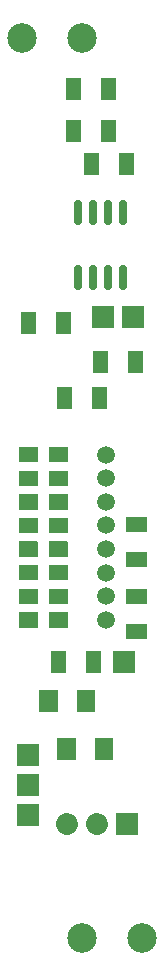
<source format=gbs>
G04 Layer: BottomSolderMaskLayer*
G04 EasyEDA v6.5.5, 2022-05-12 14:51:26*
G04 adf74ae4be104b6fa4aa75e98640d5de,defc1f93b7bc4f92b0c06f3051cee8fa,10*
G04 Gerber Generator version 0.2*
G04 Scale: 100 percent, Rotated: No, Reflected: No *
G04 Dimensions in millimeters *
G04 leading zeros omitted , absolute positions ,4 integer and 5 decimal *
%FSLAX45Y45*%
%MOMM*%

%ADD27C,1.9016*%
%ADD29C,2.5016*%
%ADD30C,1.5016*%
%ADD31C,0.6756*%

%LPD*%
D31*
X342900Y1853692D02*
G01*
X342900Y1707540D01*
X215900Y1853692D02*
G01*
X215900Y1707540D01*
X88900Y1853692D02*
G01*
X88900Y1707540D01*
X-38100Y1853692D02*
G01*
X-38100Y1707540D01*
X342900Y2407259D02*
G01*
X342900Y2261107D01*
X215900Y2407259D02*
G01*
X215900Y2261107D01*
X88900Y2407259D02*
G01*
X88900Y2261107D01*
X-38100Y2407259D02*
G01*
X-38100Y2261107D01*
D27*
X-127000Y-2844800D02*
G01*
X-127000Y-2844800D01*
X127000Y-2844800D02*
G01*
X127000Y-2844800D01*
G36*
X-208099Y-2301278D02*
G01*
X-209623Y-2301024D01*
X-211147Y-2300262D01*
X-212163Y-2299246D01*
X-212925Y-2297722D01*
X-213179Y-2296198D01*
X-213105Y-2296160D01*
X-213105Y-2123439D01*
X-213179Y-2123396D01*
X-212925Y-2121872D01*
X-212163Y-2120348D01*
X-211147Y-2119332D01*
X-209623Y-2118570D01*
X-208099Y-2118316D01*
X-208026Y-2118360D01*
X-59689Y-2118360D01*
X-59601Y-2118316D01*
X-58077Y-2118570D01*
X-56553Y-2119332D01*
X-55537Y-2120348D01*
X-54775Y-2121872D01*
X-54521Y-2123396D01*
X-54610Y-2123439D01*
X-54610Y-2296160D01*
X-54521Y-2296198D01*
X-54775Y-2297722D01*
X-55537Y-2299246D01*
X-56553Y-2300262D01*
X-58077Y-2301024D01*
X-59601Y-2301278D01*
X-59689Y-2301239D01*
X-208026Y-2301239D01*
G37*
G36*
X110401Y-2301278D02*
G01*
X108877Y-2301024D01*
X107353Y-2300262D01*
X106337Y-2299246D01*
X105575Y-2297722D01*
X105321Y-2296198D01*
X105410Y-2296160D01*
X105410Y-2123439D01*
X105321Y-2123396D01*
X105575Y-2121872D01*
X106337Y-2120348D01*
X107353Y-2119332D01*
X108877Y-2118570D01*
X110401Y-2118316D01*
X110489Y-2118360D01*
X258826Y-2118360D01*
X258899Y-2118316D01*
X260423Y-2118570D01*
X261947Y-2119332D01*
X262963Y-2120348D01*
X263725Y-2121872D01*
X263979Y-2123396D01*
X263905Y-2123439D01*
X263905Y-2296160D01*
X263979Y-2296198D01*
X263725Y-2297722D01*
X262963Y-2299246D01*
X261947Y-2300262D01*
X260423Y-2301024D01*
X258899Y-2301278D01*
X258826Y-2301239D01*
X110489Y-2301239D01*
G37*
G36*
X-360499Y-1894878D02*
G01*
X-362023Y-1894624D01*
X-363547Y-1893862D01*
X-364563Y-1892846D01*
X-365325Y-1891322D01*
X-365579Y-1889798D01*
X-365505Y-1889760D01*
X-365505Y-1717039D01*
X-365579Y-1716996D01*
X-365325Y-1715472D01*
X-364563Y-1713948D01*
X-363547Y-1712932D01*
X-362023Y-1712170D01*
X-360499Y-1711916D01*
X-360426Y-1711960D01*
X-212089Y-1711960D01*
X-212001Y-1711916D01*
X-210477Y-1712170D01*
X-208953Y-1712932D01*
X-207937Y-1713948D01*
X-207175Y-1715472D01*
X-206921Y-1716996D01*
X-207010Y-1717039D01*
X-207010Y-1889760D01*
X-206921Y-1889798D01*
X-207175Y-1891322D01*
X-207937Y-1892846D01*
X-208953Y-1893862D01*
X-210477Y-1894624D01*
X-212001Y-1894878D01*
X-212089Y-1894839D01*
X-360426Y-1894839D01*
G37*
G36*
X-41998Y-1894878D02*
G01*
X-43522Y-1894624D01*
X-45046Y-1893862D01*
X-46062Y-1892846D01*
X-46824Y-1891322D01*
X-47078Y-1889798D01*
X-46989Y-1889760D01*
X-46989Y-1717039D01*
X-47078Y-1716996D01*
X-46824Y-1715472D01*
X-46062Y-1713948D01*
X-45046Y-1712932D01*
X-43522Y-1712170D01*
X-41998Y-1711916D01*
X-41910Y-1711960D01*
X106426Y-1711960D01*
X106499Y-1711916D01*
X108023Y-1712170D01*
X109547Y-1712932D01*
X110563Y-1713948D01*
X111325Y-1715472D01*
X111579Y-1716996D01*
X111505Y-1717039D01*
X111505Y-1889760D01*
X111579Y-1889798D01*
X111325Y-1891322D01*
X110563Y-1892846D01*
X109547Y-1893862D01*
X108023Y-1894624D01*
X106499Y-1894878D01*
X106426Y-1894839D01*
X-41910Y-1894839D01*
G37*
G36*
X163576Y3288029D02*
G01*
X163700Y3288063D01*
X162176Y3288317D01*
X160652Y3289079D01*
X159636Y3290095D01*
X158874Y3291619D01*
X158620Y3293143D01*
X158495Y3293110D01*
X158495Y3463289D01*
X158620Y3463241D01*
X158874Y3464765D01*
X159636Y3466289D01*
X160652Y3467305D01*
X162176Y3468067D01*
X163700Y3468321D01*
X163576Y3468370D01*
X284479Y3468370D01*
X284452Y3468321D01*
X285976Y3468067D01*
X287500Y3467305D01*
X288516Y3466289D01*
X289278Y3464765D01*
X289532Y3463241D01*
X289560Y3463289D01*
X289560Y3293110D01*
X289532Y3293143D01*
X289278Y3291619D01*
X288516Y3290095D01*
X287500Y3289079D01*
X285976Y3288317D01*
X284452Y3288063D01*
X284479Y3288029D01*
G37*
G36*
X-132079Y3288029D02*
G01*
X-132052Y3288063D01*
X-133576Y3288317D01*
X-135100Y3289079D01*
X-136116Y3290095D01*
X-136878Y3291619D01*
X-137132Y3293143D01*
X-137160Y3293110D01*
X-137160Y3463289D01*
X-137132Y3463241D01*
X-136878Y3464765D01*
X-136116Y3466289D01*
X-135100Y3467305D01*
X-133576Y3468067D01*
X-132052Y3468321D01*
X-132079Y3468370D01*
X-11176Y3468370D01*
X-11300Y3468321D01*
X-9776Y3468067D01*
X-8252Y3467305D01*
X-7236Y3466289D01*
X-6474Y3464765D01*
X-6220Y3463241D01*
X-6095Y3463289D01*
X-6095Y3293110D01*
X-6220Y3293143D01*
X-6474Y3291619D01*
X-7236Y3290095D01*
X-8252Y3289079D01*
X-9776Y3288317D01*
X-11300Y3288063D01*
X-11176Y3288029D01*
G37*
G36*
X20320Y2653029D02*
G01*
X20347Y2653065D01*
X18823Y2653319D01*
X17299Y2654081D01*
X16283Y2655097D01*
X15521Y2656621D01*
X15267Y2658145D01*
X15239Y2658110D01*
X15239Y2828289D01*
X15267Y2828244D01*
X15521Y2829768D01*
X16283Y2831292D01*
X17299Y2832308D01*
X18823Y2833070D01*
X20347Y2833324D01*
X20320Y2833370D01*
X141223Y2833370D01*
X141099Y2833324D01*
X142623Y2833070D01*
X144147Y2832308D01*
X145163Y2831292D01*
X145925Y2829768D01*
X146179Y2828244D01*
X146304Y2828289D01*
X146304Y2658110D01*
X146179Y2658145D01*
X145925Y2656621D01*
X145163Y2655097D01*
X144147Y2654081D01*
X142623Y2653319D01*
X141099Y2653065D01*
X141223Y2653029D01*
G37*
G36*
X315976Y2653029D02*
G01*
X316100Y2653065D01*
X314576Y2653319D01*
X313052Y2654081D01*
X312036Y2655097D01*
X311274Y2656621D01*
X311020Y2658145D01*
X310895Y2658110D01*
X310895Y2828289D01*
X311020Y2828244D01*
X311274Y2829768D01*
X312036Y2831292D01*
X313052Y2832308D01*
X314576Y2833070D01*
X316100Y2833324D01*
X315976Y2833370D01*
X436879Y2833370D01*
X436852Y2833324D01*
X438376Y2833070D01*
X439900Y2832308D01*
X440916Y2831292D01*
X441678Y2829768D01*
X441932Y2828244D01*
X441960Y2828289D01*
X441960Y2658110D01*
X441932Y2658145D01*
X441678Y2656621D01*
X440916Y2655097D01*
X439900Y2654081D01*
X438376Y2653319D01*
X436852Y2653065D01*
X436879Y2653029D01*
G37*
G36*
X-132079Y2932429D02*
G01*
X-132052Y2932465D01*
X-133576Y2932719D01*
X-135100Y2933481D01*
X-136116Y2934497D01*
X-136878Y2936021D01*
X-137132Y2937545D01*
X-137160Y2937510D01*
X-137160Y3107689D01*
X-137132Y3107644D01*
X-136878Y3109168D01*
X-136116Y3110692D01*
X-135100Y3111708D01*
X-133576Y3112470D01*
X-132052Y3112724D01*
X-132079Y3112770D01*
X-11176Y3112770D01*
X-11300Y3112724D01*
X-9776Y3112470D01*
X-8252Y3111708D01*
X-7236Y3110692D01*
X-6474Y3109168D01*
X-6220Y3107644D01*
X-6095Y3107689D01*
X-6095Y2937510D01*
X-6220Y2937545D01*
X-6474Y2936021D01*
X-7236Y2934497D01*
X-8252Y2933481D01*
X-9776Y2932719D01*
X-11300Y2932465D01*
X-11176Y2932429D01*
G37*
G36*
X163576Y2932429D02*
G01*
X163700Y2932465D01*
X162176Y2932719D01*
X160652Y2933481D01*
X159636Y2934497D01*
X158874Y2936021D01*
X158620Y2937545D01*
X158495Y2937510D01*
X158495Y3107689D01*
X158620Y3107644D01*
X158874Y3109168D01*
X159636Y3110692D01*
X160652Y3111708D01*
X162176Y3112470D01*
X163700Y3112724D01*
X163576Y3112770D01*
X284479Y3112770D01*
X284452Y3112724D01*
X285976Y3112470D01*
X287500Y3111708D01*
X288516Y3110692D01*
X289278Y3109168D01*
X289532Y3107644D01*
X289560Y3107689D01*
X289560Y2937510D01*
X289532Y2937545D01*
X289278Y2936021D01*
X288516Y2934497D01*
X287500Y2933481D01*
X285976Y2932719D01*
X284452Y2932465D01*
X284479Y2932429D01*
G37*
G36*
X372110Y-374904D02*
G01*
X372150Y-374779D01*
X370626Y-374525D01*
X369102Y-373763D01*
X368086Y-372747D01*
X367324Y-371223D01*
X367070Y-369699D01*
X367029Y-369823D01*
X367029Y-248920D01*
X367070Y-248947D01*
X367324Y-247423D01*
X368086Y-245899D01*
X369102Y-244883D01*
X370626Y-244121D01*
X372150Y-243867D01*
X372110Y-243839D01*
X542289Y-243839D01*
X542249Y-243867D01*
X543773Y-244121D01*
X545297Y-244883D01*
X546313Y-245899D01*
X547075Y-247423D01*
X547329Y-248947D01*
X547370Y-248920D01*
X547370Y-369823D01*
X547329Y-369699D01*
X547075Y-371223D01*
X546313Y-372747D01*
X545297Y-373763D01*
X543773Y-374525D01*
X542249Y-374779D01*
X542289Y-374904D01*
G37*
G36*
X372110Y-670560D02*
G01*
X372150Y-670532D01*
X370626Y-670278D01*
X369102Y-669516D01*
X368086Y-668500D01*
X367324Y-666976D01*
X367070Y-665452D01*
X367029Y-665479D01*
X367029Y-544576D01*
X367070Y-544700D01*
X367324Y-543176D01*
X368086Y-541652D01*
X369102Y-540636D01*
X370626Y-539874D01*
X372150Y-539620D01*
X372110Y-539495D01*
X542289Y-539495D01*
X542249Y-539620D01*
X543773Y-539874D01*
X545297Y-540636D01*
X546313Y-541652D01*
X547075Y-543176D01*
X547329Y-544700D01*
X547370Y-544576D01*
X547370Y-665479D01*
X547329Y-665452D01*
X547075Y-666976D01*
X546313Y-668500D01*
X545297Y-669516D01*
X543773Y-670278D01*
X542249Y-670532D01*
X542289Y-670560D01*
G37*
G36*
X96520Y976629D02*
G01*
X96547Y976668D01*
X95023Y976922D01*
X93499Y977684D01*
X92483Y978700D01*
X91721Y980224D01*
X91467Y981748D01*
X91439Y981710D01*
X91439Y1151889D01*
X91467Y1151846D01*
X91721Y1153370D01*
X92483Y1154894D01*
X93499Y1155910D01*
X95023Y1156672D01*
X96547Y1156926D01*
X96520Y1156970D01*
X217423Y1156970D01*
X217299Y1156926D01*
X218823Y1156672D01*
X220347Y1155910D01*
X221363Y1154894D01*
X222125Y1153370D01*
X222379Y1151846D01*
X222504Y1151889D01*
X222504Y981710D01*
X222379Y981748D01*
X222125Y980224D01*
X221363Y978700D01*
X220347Y977684D01*
X218823Y976922D01*
X217299Y976668D01*
X217423Y976629D01*
G37*
G36*
X392176Y976629D02*
G01*
X392300Y976668D01*
X390776Y976922D01*
X389252Y977684D01*
X388236Y978700D01*
X387474Y980224D01*
X387220Y981748D01*
X387095Y981710D01*
X387095Y1151889D01*
X387220Y1151846D01*
X387474Y1153370D01*
X388236Y1154894D01*
X389252Y1155910D01*
X390776Y1156672D01*
X392300Y1156926D01*
X392176Y1156970D01*
X513079Y1156970D01*
X513052Y1156926D01*
X514576Y1156672D01*
X516100Y1155910D01*
X517116Y1154894D01*
X517878Y1153370D01*
X518132Y1151846D01*
X518160Y1151889D01*
X518160Y981710D01*
X518132Y981748D01*
X517878Y980224D01*
X517116Y978700D01*
X516100Y977684D01*
X514576Y976922D01*
X513052Y976668D01*
X513079Y976629D01*
G37*
G36*
X-217423Y1306829D02*
G01*
X-217299Y1306868D01*
X-218823Y1307122D01*
X-220347Y1307884D01*
X-221363Y1308900D01*
X-222125Y1310424D01*
X-222379Y1311948D01*
X-222504Y1311910D01*
X-222504Y1482089D01*
X-222379Y1482046D01*
X-222125Y1483570D01*
X-221363Y1485094D01*
X-220347Y1486110D01*
X-218823Y1486872D01*
X-217299Y1487126D01*
X-217423Y1487170D01*
X-96520Y1487170D01*
X-96547Y1487126D01*
X-95023Y1486872D01*
X-93499Y1486110D01*
X-92483Y1485094D01*
X-91721Y1483570D01*
X-91467Y1482046D01*
X-91439Y1482089D01*
X-91439Y1311910D01*
X-91467Y1311948D01*
X-91721Y1310424D01*
X-92483Y1308900D01*
X-93499Y1307884D01*
X-95023Y1307122D01*
X-96547Y1306868D01*
X-96520Y1306829D01*
G37*
G36*
X-513079Y1306829D02*
G01*
X-513052Y1306868D01*
X-514576Y1307122D01*
X-516100Y1307884D01*
X-517116Y1308900D01*
X-517878Y1310424D01*
X-518132Y1311948D01*
X-518160Y1311910D01*
X-518160Y1482089D01*
X-518132Y1482046D01*
X-517878Y1483570D01*
X-517116Y1485094D01*
X-516100Y1486110D01*
X-514576Y1486872D01*
X-513052Y1487126D01*
X-513079Y1487170D01*
X-392176Y1487170D01*
X-392300Y1487126D01*
X-390776Y1486872D01*
X-389252Y1486110D01*
X-388236Y1485094D01*
X-387474Y1483570D01*
X-387220Y1482046D01*
X-387095Y1482089D01*
X-387095Y1311910D01*
X-387220Y1311948D01*
X-387474Y1310424D01*
X-388236Y1308900D01*
X-389252Y1307884D01*
X-390776Y1307122D01*
X-392300Y1306868D01*
X-392176Y1306829D01*
G37*
G36*
X87376Y671829D02*
G01*
X87500Y671868D01*
X85976Y672122D01*
X84452Y672884D01*
X83436Y673900D01*
X82674Y675424D01*
X82420Y676948D01*
X82295Y676910D01*
X82295Y847089D01*
X82420Y847046D01*
X82674Y848570D01*
X83436Y850094D01*
X84452Y851110D01*
X85976Y851872D01*
X87500Y852126D01*
X87376Y852170D01*
X208279Y852170D01*
X208252Y852126D01*
X209776Y851872D01*
X211300Y851110D01*
X212316Y850094D01*
X213078Y848570D01*
X213332Y847046D01*
X213360Y847089D01*
X213360Y676910D01*
X213332Y676948D01*
X213078Y675424D01*
X212316Y673900D01*
X211300Y672884D01*
X209776Y672122D01*
X208252Y671868D01*
X208279Y671829D01*
G37*
G36*
X-208279Y671829D02*
G01*
X-208252Y671868D01*
X-209776Y672122D01*
X-211300Y672884D01*
X-212316Y673900D01*
X-213078Y675424D01*
X-213332Y676948D01*
X-213360Y676910D01*
X-213360Y847089D01*
X-213332Y847046D01*
X-213078Y848570D01*
X-212316Y850094D01*
X-211300Y851110D01*
X-209776Y851872D01*
X-208252Y852126D01*
X-208279Y852170D01*
X-87376Y852170D01*
X-87500Y852126D01*
X-85976Y851872D01*
X-84452Y851110D01*
X-83436Y850094D01*
X-82674Y848570D01*
X-82420Y847046D01*
X-82295Y847089D01*
X-82295Y676910D01*
X-82420Y676948D01*
X-82674Y675424D01*
X-83436Y673900D01*
X-84452Y672884D01*
X-85976Y672122D01*
X-87500Y671868D01*
X-87376Y671829D01*
G37*
G36*
X372110Y-984504D02*
G01*
X372150Y-984377D01*
X370626Y-984122D01*
X369102Y-983361D01*
X368086Y-982345D01*
X367324Y-980820D01*
X367070Y-979296D01*
X367029Y-979423D01*
X367029Y-858520D01*
X367070Y-858545D01*
X367324Y-857021D01*
X368086Y-855497D01*
X369102Y-854481D01*
X370626Y-853719D01*
X372150Y-853465D01*
X372110Y-853439D01*
X542289Y-853439D01*
X542249Y-853465D01*
X543773Y-853719D01*
X545297Y-854481D01*
X546313Y-855497D01*
X547075Y-857021D01*
X547329Y-858545D01*
X547370Y-858520D01*
X547370Y-979423D01*
X547329Y-979296D01*
X547075Y-980820D01*
X546313Y-982345D01*
X545297Y-983361D01*
X543773Y-984122D01*
X542249Y-984377D01*
X542289Y-984504D01*
G37*
G36*
X372110Y-1280160D02*
G01*
X372150Y-1280129D01*
X370626Y-1279875D01*
X369102Y-1279113D01*
X368086Y-1278097D01*
X367324Y-1276573D01*
X367070Y-1275049D01*
X367029Y-1275079D01*
X367029Y-1154176D01*
X367070Y-1154297D01*
X367324Y-1152773D01*
X368086Y-1151249D01*
X369102Y-1150233D01*
X370626Y-1149471D01*
X372150Y-1149217D01*
X372110Y-1149095D01*
X542289Y-1149095D01*
X542249Y-1149217D01*
X543773Y-1149471D01*
X545297Y-1150233D01*
X546313Y-1151249D01*
X547075Y-1152773D01*
X547329Y-1154297D01*
X547370Y-1154176D01*
X547370Y-1275079D01*
X547329Y-1275049D01*
X547075Y-1276573D01*
X546313Y-1278097D01*
X545297Y-1279113D01*
X543773Y-1279875D01*
X542249Y-1280129D01*
X542289Y-1280160D01*
G37*
G36*
X-259079Y-1563370D02*
G01*
X-259052Y-1563326D01*
X-260576Y-1563072D01*
X-262100Y-1562310D01*
X-263116Y-1561294D01*
X-263878Y-1559770D01*
X-264132Y-1558246D01*
X-264160Y-1558289D01*
X-264160Y-1388110D01*
X-264132Y-1388148D01*
X-263878Y-1386624D01*
X-263116Y-1385100D01*
X-262100Y-1384084D01*
X-260576Y-1383322D01*
X-259052Y-1383068D01*
X-259079Y-1383029D01*
X-138176Y-1383029D01*
X-138300Y-1383068D01*
X-136776Y-1383322D01*
X-135252Y-1384084D01*
X-134236Y-1385100D01*
X-133474Y-1386624D01*
X-133220Y-1388148D01*
X-133095Y-1388110D01*
X-133095Y-1558289D01*
X-133220Y-1558246D01*
X-133474Y-1559770D01*
X-134236Y-1561294D01*
X-135252Y-1562310D01*
X-136776Y-1563072D01*
X-138300Y-1563326D01*
X-138176Y-1563370D01*
G37*
G36*
X36576Y-1563370D02*
G01*
X36700Y-1563326D01*
X35176Y-1563072D01*
X33652Y-1562310D01*
X32636Y-1561294D01*
X31874Y-1559770D01*
X31620Y-1558246D01*
X31495Y-1558289D01*
X31495Y-1388110D01*
X31620Y-1388148D01*
X31874Y-1386624D01*
X32636Y-1385100D01*
X33652Y-1384084D01*
X35176Y-1383322D01*
X36700Y-1383068D01*
X36576Y-1383029D01*
X157479Y-1383029D01*
X157452Y-1383068D01*
X158976Y-1383322D01*
X160500Y-1384084D01*
X161516Y-1385100D01*
X162278Y-1386624D01*
X162532Y-1388148D01*
X162560Y-1388110D01*
X162560Y-1558289D01*
X162532Y-1558246D01*
X162278Y-1559770D01*
X161516Y-1561294D01*
X160500Y-1562310D01*
X158976Y-1563072D01*
X157452Y-1563326D01*
X157479Y-1563370D01*
G37*
G36*
X-547199Y-2609679D02*
G01*
X-548723Y-2609425D01*
X-550247Y-2608663D01*
X-551263Y-2607647D01*
X-552025Y-2606123D01*
X-552279Y-2604599D01*
X-552195Y-2604515D01*
X-552195Y-2424684D01*
X-552279Y-2424600D01*
X-552025Y-2423076D01*
X-551263Y-2421552D01*
X-550247Y-2420536D01*
X-548723Y-2419774D01*
X-547199Y-2419520D01*
X-547115Y-2419604D01*
X-367284Y-2419604D01*
X-367200Y-2419520D01*
X-365676Y-2419774D01*
X-364152Y-2420536D01*
X-363136Y-2421552D01*
X-362374Y-2423076D01*
X-362120Y-2424600D01*
X-362204Y-2424684D01*
X-362204Y-2604515D01*
X-362120Y-2604599D01*
X-362374Y-2606123D01*
X-363136Y-2607647D01*
X-364152Y-2608663D01*
X-365676Y-2609425D01*
X-367200Y-2609679D01*
X-367284Y-2609595D01*
X-547115Y-2609595D01*
G37*
G36*
X265600Y-1568279D02*
G01*
X264076Y-1568025D01*
X262552Y-1567263D01*
X261536Y-1566247D01*
X260774Y-1564723D01*
X260520Y-1563199D01*
X260604Y-1563115D01*
X260604Y-1383284D01*
X260520Y-1383200D01*
X260774Y-1381676D01*
X261536Y-1380152D01*
X262552Y-1379136D01*
X264076Y-1378374D01*
X265600Y-1378120D01*
X265684Y-1378204D01*
X445515Y-1378204D01*
X445599Y-1378120D01*
X447123Y-1378374D01*
X448647Y-1379136D01*
X449663Y-1380152D01*
X450425Y-1381676D01*
X450679Y-1383200D01*
X450595Y-1383284D01*
X450595Y-1563115D01*
X450679Y-1563199D01*
X450425Y-1564723D01*
X449663Y-1566247D01*
X448647Y-1567263D01*
X447123Y-1568025D01*
X445599Y-1568279D01*
X445515Y-1568195D01*
X265684Y-1568195D01*
G37*
G36*
X-547199Y-2863679D02*
G01*
X-548723Y-2863425D01*
X-550247Y-2862663D01*
X-551263Y-2861647D01*
X-552025Y-2860123D01*
X-552279Y-2858599D01*
X-552195Y-2858515D01*
X-552195Y-2678684D01*
X-552279Y-2678600D01*
X-552025Y-2677076D01*
X-551263Y-2675552D01*
X-550247Y-2674536D01*
X-548723Y-2673774D01*
X-547199Y-2673520D01*
X-547115Y-2673604D01*
X-367284Y-2673604D01*
X-367200Y-2673520D01*
X-365676Y-2673774D01*
X-364152Y-2674536D01*
X-363136Y-2675552D01*
X-362374Y-2677076D01*
X-362120Y-2678600D01*
X-362204Y-2678684D01*
X-362204Y-2858515D01*
X-362120Y-2858599D01*
X-362374Y-2860123D01*
X-363136Y-2861647D01*
X-364152Y-2862663D01*
X-365676Y-2863425D01*
X-367200Y-2863679D01*
X-367284Y-2863595D01*
X-547115Y-2863595D01*
G37*
G36*
X-547199Y-2355679D02*
G01*
X-548723Y-2355425D01*
X-550247Y-2354663D01*
X-551263Y-2353647D01*
X-552025Y-2352123D01*
X-552279Y-2350599D01*
X-552195Y-2350515D01*
X-552195Y-2170684D01*
X-552279Y-2170600D01*
X-552025Y-2169076D01*
X-551263Y-2167552D01*
X-550247Y-2166536D01*
X-548723Y-2165774D01*
X-547199Y-2165520D01*
X-547115Y-2165604D01*
X-367284Y-2165604D01*
X-367200Y-2165520D01*
X-365676Y-2165774D01*
X-364152Y-2166536D01*
X-363136Y-2167552D01*
X-362374Y-2169076D01*
X-362120Y-2170600D01*
X-362204Y-2170684D01*
X-362204Y-2350515D01*
X-362120Y-2350599D01*
X-362374Y-2352123D01*
X-363136Y-2353647D01*
X-364152Y-2354663D01*
X-365676Y-2355425D01*
X-367200Y-2355679D01*
X-367284Y-2355595D01*
X-547115Y-2355595D01*
G37*
G36*
X87800Y1352720D02*
G01*
X86276Y1352974D01*
X84752Y1353736D01*
X83736Y1354752D01*
X82974Y1356276D01*
X82720Y1357800D01*
X82804Y1357884D01*
X82804Y1537715D01*
X82720Y1537799D01*
X82974Y1539323D01*
X83736Y1540847D01*
X84752Y1541863D01*
X86276Y1542625D01*
X87800Y1542879D01*
X87884Y1542795D01*
X267715Y1542795D01*
X267799Y1542879D01*
X269323Y1542625D01*
X270847Y1541863D01*
X271863Y1540847D01*
X272625Y1539323D01*
X272879Y1537799D01*
X272795Y1537715D01*
X272795Y1357884D01*
X272879Y1357800D01*
X272625Y1356276D01*
X271863Y1354752D01*
X270847Y1353736D01*
X269323Y1352974D01*
X267799Y1352720D01*
X267715Y1352804D01*
X87884Y1352804D01*
G37*
G36*
X341800Y1352720D02*
G01*
X340276Y1352974D01*
X338752Y1353736D01*
X337736Y1354752D01*
X336974Y1356276D01*
X336720Y1357800D01*
X336804Y1357884D01*
X336804Y1537715D01*
X336720Y1537799D01*
X336974Y1539323D01*
X337736Y1540847D01*
X338752Y1541863D01*
X340276Y1542625D01*
X341800Y1542879D01*
X341884Y1542795D01*
X521715Y1542795D01*
X521799Y1542879D01*
X523323Y1542625D01*
X524847Y1541863D01*
X525863Y1540847D01*
X526625Y1539323D01*
X526879Y1537799D01*
X526795Y1537715D01*
X526795Y1357884D01*
X526879Y1357800D01*
X526625Y1356276D01*
X525863Y1354752D01*
X524847Y1353736D01*
X523323Y1352974D01*
X521799Y1352720D01*
X521715Y1352804D01*
X341884Y1352804D01*
G37*
D29*
G01*
X0Y3810000D03*
G01*
X-508000Y3810000D03*
G01*
X0Y-3810000D03*
G01*
X508000Y-3810000D03*
G36*
X291000Y-2939879D02*
G01*
X289476Y-2939625D01*
X287952Y-2938863D01*
X286936Y-2937847D01*
X286174Y-2936323D01*
X285920Y-2934799D01*
X286004Y-2934715D01*
X286004Y-2754884D01*
X285920Y-2754800D01*
X286174Y-2753276D01*
X286936Y-2751752D01*
X287952Y-2750736D01*
X289476Y-2749974D01*
X291000Y-2749720D01*
X291084Y-2749804D01*
X470915Y-2749804D01*
X470999Y-2749720D01*
X472523Y-2749974D01*
X474047Y-2750736D01*
X475063Y-2751752D01*
X475825Y-2753276D01*
X476079Y-2754800D01*
X475995Y-2754884D01*
X475995Y-2934715D01*
X476079Y-2934799D01*
X475825Y-2936323D01*
X475063Y-2937847D01*
X474047Y-2938863D01*
X472523Y-2939625D01*
X470999Y-2939879D01*
X470915Y-2939795D01*
X291084Y-2939795D01*
G37*
G36*
X-533199Y-1182674D02*
G01*
X-534723Y-1182420D01*
X-536247Y-1181658D01*
X-537263Y-1180642D01*
X-538025Y-1179118D01*
X-538279Y-1177594D01*
X-538226Y-1177544D01*
X-538226Y-1057655D01*
X-538279Y-1057605D01*
X-538025Y-1056081D01*
X-537263Y-1054557D01*
X-536247Y-1053541D01*
X-534723Y-1052779D01*
X-533199Y-1052525D01*
X-533145Y-1052576D01*
X-381254Y-1052576D01*
X-381200Y-1052525D01*
X-379676Y-1052779D01*
X-378152Y-1053541D01*
X-377136Y-1054557D01*
X-376374Y-1056081D01*
X-376120Y-1057605D01*
X-376173Y-1057655D01*
X-376173Y-1177544D01*
X-376120Y-1177594D01*
X-376374Y-1179118D01*
X-377136Y-1180642D01*
X-378152Y-1181658D01*
X-379676Y-1182420D01*
X-381200Y-1182674D01*
X-381254Y-1182623D01*
X-533145Y-1182623D01*
G37*
G36*
X-533145Y-982726D02*
G01*
X-533199Y-982675D01*
X-534723Y-982421D01*
X-536247Y-981659D01*
X-537263Y-980643D01*
X-538025Y-979119D01*
X-538279Y-977595D01*
X-538226Y-977645D01*
X-538226Y-857504D01*
X-538279Y-857605D01*
X-538025Y-856081D01*
X-537263Y-854557D01*
X-536247Y-853541D01*
X-534723Y-852779D01*
X-533199Y-852525D01*
X-533145Y-852423D01*
X-381254Y-852423D01*
X-381200Y-852525D01*
X-379676Y-852779D01*
X-378152Y-853541D01*
X-377136Y-854557D01*
X-376374Y-856081D01*
X-376120Y-857605D01*
X-376173Y-857504D01*
X-376173Y-977645D01*
X-376120Y-977595D01*
X-376374Y-979119D01*
X-377136Y-980643D01*
X-378152Y-981659D01*
X-379676Y-982421D01*
X-381200Y-982675D01*
X-381254Y-982726D01*
G37*
G36*
X-533199Y-782675D02*
G01*
X-534723Y-782421D01*
X-536247Y-781659D01*
X-537263Y-780643D01*
X-538025Y-779119D01*
X-538279Y-777595D01*
X-538226Y-777494D01*
X-538226Y-657605D01*
X-538279Y-657605D01*
X-538025Y-656081D01*
X-537263Y-654557D01*
X-536247Y-653542D01*
X-534723Y-652779D01*
X-533199Y-652526D01*
X-381200Y-652526D01*
X-379676Y-652779D01*
X-378152Y-653542D01*
X-377136Y-654557D01*
X-376374Y-656081D01*
X-376120Y-657605D01*
X-376173Y-657605D01*
X-376173Y-777494D01*
X-376120Y-777595D01*
X-376374Y-779119D01*
X-377136Y-780643D01*
X-378152Y-781659D01*
X-379676Y-782421D01*
X-381200Y-782675D01*
X-381254Y-782573D01*
X-533145Y-782573D01*
G37*
G36*
X-533199Y-582676D02*
G01*
X-534723Y-582421D01*
X-536247Y-581660D01*
X-537263Y-580644D01*
X-538025Y-579120D01*
X-538279Y-577595D01*
X-538226Y-577595D01*
X-538226Y-457707D01*
X-538279Y-457606D01*
X-538025Y-456082D01*
X-537263Y-454558D01*
X-536247Y-453542D01*
X-534723Y-452780D01*
X-533199Y-452526D01*
X-533145Y-452628D01*
X-381254Y-452628D01*
X-381200Y-452526D01*
X-379676Y-452780D01*
X-378152Y-453542D01*
X-377136Y-454558D01*
X-376374Y-456082D01*
X-376120Y-457606D01*
X-376173Y-457707D01*
X-376173Y-577595D01*
X-376120Y-577595D01*
X-376374Y-579120D01*
X-377136Y-580644D01*
X-378152Y-581660D01*
X-379676Y-582421D01*
X-381200Y-582676D01*
G37*
G36*
X-533145Y-382778D02*
G01*
X-533199Y-382676D01*
X-534723Y-382422D01*
X-536247Y-381660D01*
X-537263Y-380644D01*
X-538025Y-379120D01*
X-538279Y-377596D01*
X-538226Y-377697D01*
X-538226Y-257555D01*
X-538279Y-257606D01*
X-538025Y-256082D01*
X-537263Y-254558D01*
X-536247Y-253542D01*
X-534723Y-252780D01*
X-533199Y-252526D01*
X-533145Y-252476D01*
X-381254Y-252476D01*
X-381200Y-252526D01*
X-379676Y-252780D01*
X-378152Y-253542D01*
X-377136Y-254558D01*
X-376374Y-256082D01*
X-376120Y-257606D01*
X-376173Y-257555D01*
X-376173Y-377697D01*
X-376120Y-377596D01*
X-376374Y-379120D01*
X-377136Y-380644D01*
X-378152Y-381660D01*
X-379676Y-382422D01*
X-381200Y-382676D01*
X-381254Y-382778D01*
G37*
G36*
X-533199Y-182676D02*
G01*
X-534723Y-182422D01*
X-536247Y-181660D01*
X-537263Y-180644D01*
X-538025Y-179120D01*
X-538279Y-177596D01*
X-538226Y-177545D01*
X-538226Y-57657D01*
X-538279Y-57607D01*
X-538025Y-56083D01*
X-537263Y-54559D01*
X-536247Y-53543D01*
X-534723Y-52781D01*
X-533199Y-52527D01*
X-533145Y-52578D01*
X-381254Y-52578D01*
X-381200Y-52527D01*
X-379676Y-52781D01*
X-378152Y-53543D01*
X-377136Y-54559D01*
X-376374Y-56083D01*
X-376120Y-57607D01*
X-376173Y-57657D01*
X-376173Y-177545D01*
X-376120Y-177596D01*
X-376374Y-179120D01*
X-377136Y-180644D01*
X-378152Y-181660D01*
X-379676Y-182422D01*
X-381200Y-182676D01*
X-381254Y-182626D01*
X-533145Y-182626D01*
G37*
G36*
X-533145Y17271D02*
G01*
X-533199Y17322D01*
X-534723Y17576D01*
X-536247Y18338D01*
X-537263Y19354D01*
X-538025Y20878D01*
X-538279Y22402D01*
X-538226Y22352D01*
X-538226Y142494D01*
X-538279Y142392D01*
X-538025Y143916D01*
X-537263Y145440D01*
X-536247Y146456D01*
X-534723Y147218D01*
X-533199Y147472D01*
X-533145Y147573D01*
X-381254Y147573D01*
X-381200Y147472D01*
X-379676Y147218D01*
X-378152Y146456D01*
X-377136Y145440D01*
X-376374Y143916D01*
X-376120Y142392D01*
X-376173Y142494D01*
X-376173Y22352D01*
X-376120Y22402D01*
X-376374Y20878D01*
X-377136Y19354D01*
X-378152Y18338D01*
X-379676Y17576D01*
X-381200Y17322D01*
X-381254Y17271D01*
G37*
G36*
X-533199Y217322D02*
G01*
X-534723Y217576D01*
X-536247Y218338D01*
X-537263Y219354D01*
X-538025Y220878D01*
X-538279Y222402D01*
X-538226Y222504D01*
X-538226Y342392D01*
X-538279Y342392D01*
X-538025Y343915D01*
X-537263Y345439D01*
X-536247Y346455D01*
X-534723Y347218D01*
X-533199Y347471D01*
X-381200Y347471D01*
X-379676Y347218D01*
X-378152Y346455D01*
X-377136Y345439D01*
X-376374Y343915D01*
X-376120Y342392D01*
X-376173Y342392D01*
X-376173Y222504D01*
X-376120Y222402D01*
X-376374Y220878D01*
X-377136Y219354D01*
X-378152Y218338D01*
X-379676Y217576D01*
X-381200Y217322D01*
X-381254Y217423D01*
X-533145Y217423D01*
G37*
G36*
X-279199Y217322D02*
G01*
X-280723Y217576D01*
X-282247Y218338D01*
X-283263Y219354D01*
X-284025Y220878D01*
X-284279Y222402D01*
X-284226Y222504D01*
X-284226Y342392D01*
X-284279Y342392D01*
X-284025Y343915D01*
X-283263Y345439D01*
X-282247Y346455D01*
X-280723Y347218D01*
X-279199Y347471D01*
X-127200Y347471D01*
X-125676Y347218D01*
X-124152Y346455D01*
X-123136Y345439D01*
X-122374Y343915D01*
X-122120Y342392D01*
X-122173Y342392D01*
X-122173Y222504D01*
X-122120Y222402D01*
X-122374Y220878D01*
X-123136Y219354D01*
X-124152Y218338D01*
X-125676Y217576D01*
X-127200Y217322D01*
X-127254Y217423D01*
X-279145Y217423D01*
G37*
G36*
X-279145Y17271D02*
G01*
X-279199Y17322D01*
X-280723Y17576D01*
X-282247Y18338D01*
X-283263Y19354D01*
X-284025Y20878D01*
X-284279Y22402D01*
X-284226Y22352D01*
X-284226Y142494D01*
X-284279Y142392D01*
X-284025Y143916D01*
X-283263Y145440D01*
X-282247Y146456D01*
X-280723Y147218D01*
X-279199Y147472D01*
X-279145Y147573D01*
X-127254Y147573D01*
X-127200Y147472D01*
X-125676Y147218D01*
X-124152Y146456D01*
X-123136Y145440D01*
X-122374Y143916D01*
X-122120Y142392D01*
X-122173Y142494D01*
X-122173Y22352D01*
X-122120Y22402D01*
X-122374Y20878D01*
X-123136Y19354D01*
X-124152Y18338D01*
X-125676Y17576D01*
X-127200Y17322D01*
X-127254Y17271D01*
G37*
G36*
X-279199Y-182676D02*
G01*
X-280723Y-182422D01*
X-282247Y-181660D01*
X-283263Y-180644D01*
X-284025Y-179120D01*
X-284279Y-177596D01*
X-284226Y-177545D01*
X-284226Y-57657D01*
X-284279Y-57607D01*
X-284025Y-56083D01*
X-283263Y-54559D01*
X-282247Y-53543D01*
X-280723Y-52781D01*
X-279199Y-52527D01*
X-279145Y-52578D01*
X-127254Y-52578D01*
X-127200Y-52527D01*
X-125676Y-52781D01*
X-124152Y-53543D01*
X-123136Y-54559D01*
X-122374Y-56083D01*
X-122120Y-57607D01*
X-122173Y-57657D01*
X-122173Y-177545D01*
X-122120Y-177596D01*
X-122374Y-179120D01*
X-123136Y-180644D01*
X-124152Y-181660D01*
X-125676Y-182422D01*
X-127200Y-182676D01*
X-127254Y-182626D01*
X-279145Y-182626D01*
G37*
G36*
X-279145Y-382778D02*
G01*
X-279199Y-382676D01*
X-280723Y-382422D01*
X-282247Y-381660D01*
X-283263Y-380644D01*
X-284025Y-379120D01*
X-284279Y-377596D01*
X-284226Y-377697D01*
X-284226Y-257555D01*
X-284279Y-257606D01*
X-284025Y-256082D01*
X-283263Y-254558D01*
X-282247Y-253542D01*
X-280723Y-252780D01*
X-279199Y-252526D01*
X-279145Y-252476D01*
X-127254Y-252476D01*
X-127200Y-252526D01*
X-125676Y-252780D01*
X-124152Y-253542D01*
X-123136Y-254558D01*
X-122374Y-256082D01*
X-122120Y-257606D01*
X-122173Y-257555D01*
X-122173Y-377697D01*
X-122120Y-377596D01*
X-122374Y-379120D01*
X-123136Y-380644D01*
X-124152Y-381660D01*
X-125676Y-382422D01*
X-127200Y-382676D01*
X-127254Y-382778D01*
G37*
G36*
X-279199Y-582676D02*
G01*
X-280723Y-582421D01*
X-282247Y-581660D01*
X-283263Y-580644D01*
X-284025Y-579120D01*
X-284279Y-577595D01*
X-284226Y-577595D01*
X-284226Y-457707D01*
X-284279Y-457606D01*
X-284025Y-456082D01*
X-283263Y-454558D01*
X-282247Y-453542D01*
X-280723Y-452780D01*
X-279199Y-452526D01*
X-279145Y-452628D01*
X-127254Y-452628D01*
X-127200Y-452526D01*
X-125676Y-452780D01*
X-124152Y-453542D01*
X-123136Y-454558D01*
X-122374Y-456082D01*
X-122120Y-457606D01*
X-122173Y-457707D01*
X-122173Y-577595D01*
X-122120Y-577595D01*
X-122374Y-579120D01*
X-123136Y-580644D01*
X-124152Y-581660D01*
X-125676Y-582421D01*
X-127200Y-582676D01*
G37*
G36*
X-279199Y-782675D02*
G01*
X-280723Y-782421D01*
X-282247Y-781659D01*
X-283263Y-780643D01*
X-284025Y-779119D01*
X-284279Y-777595D01*
X-284226Y-777494D01*
X-284226Y-657605D01*
X-284279Y-657605D01*
X-284025Y-656081D01*
X-283263Y-654557D01*
X-282247Y-653542D01*
X-280723Y-652779D01*
X-279199Y-652526D01*
X-127200Y-652526D01*
X-125676Y-652779D01*
X-124152Y-653542D01*
X-123136Y-654557D01*
X-122374Y-656081D01*
X-122120Y-657605D01*
X-122173Y-657605D01*
X-122173Y-777494D01*
X-122120Y-777595D01*
X-122374Y-779119D01*
X-123136Y-780643D01*
X-124152Y-781659D01*
X-125676Y-782421D01*
X-127200Y-782675D01*
X-127254Y-782573D01*
X-279145Y-782573D01*
G37*
G36*
X-279145Y-982726D02*
G01*
X-279199Y-982675D01*
X-280723Y-982421D01*
X-282247Y-981659D01*
X-283263Y-980643D01*
X-284025Y-979119D01*
X-284279Y-977595D01*
X-284226Y-977645D01*
X-284226Y-857504D01*
X-284279Y-857605D01*
X-284025Y-856081D01*
X-283263Y-854557D01*
X-282247Y-853541D01*
X-280723Y-852779D01*
X-279199Y-852525D01*
X-279145Y-852423D01*
X-127254Y-852423D01*
X-127200Y-852525D01*
X-125676Y-852779D01*
X-124152Y-853541D01*
X-123136Y-854557D01*
X-122374Y-856081D01*
X-122120Y-857605D01*
X-122173Y-857504D01*
X-122173Y-977645D01*
X-122120Y-977595D01*
X-122374Y-979119D01*
X-123136Y-980643D01*
X-124152Y-981659D01*
X-125676Y-982421D01*
X-127200Y-982675D01*
X-127254Y-982726D01*
G37*
G36*
X-279199Y-1182674D02*
G01*
X-280723Y-1182420D01*
X-282247Y-1181658D01*
X-283263Y-1180642D01*
X-284025Y-1179118D01*
X-284279Y-1177594D01*
X-284226Y-1177544D01*
X-284226Y-1057655D01*
X-284279Y-1057605D01*
X-284025Y-1056081D01*
X-283263Y-1054557D01*
X-282247Y-1053541D01*
X-280723Y-1052779D01*
X-279199Y-1052525D01*
X-279145Y-1052576D01*
X-127254Y-1052576D01*
X-127200Y-1052525D01*
X-125676Y-1052779D01*
X-124152Y-1053541D01*
X-123136Y-1054557D01*
X-122374Y-1056081D01*
X-122120Y-1057605D01*
X-122173Y-1057655D01*
X-122173Y-1177544D01*
X-122120Y-1177594D01*
X-122374Y-1179118D01*
X-123136Y-1180642D01*
X-124152Y-1181658D01*
X-125676Y-1182420D01*
X-127200Y-1182674D01*
X-127254Y-1182623D01*
X-279145Y-1182623D01*
G37*
D30*
G01*
X203200Y-1117600D03*
G01*
X203200Y-917600D03*
G01*
X203200Y-717600D03*
G01*
X203200Y-517601D03*
G01*
X203200Y-317601D03*
G01*
X203200Y-117602D03*
G01*
X203200Y82397D03*
G01*
X203200Y282397D03*
M02*

</source>
